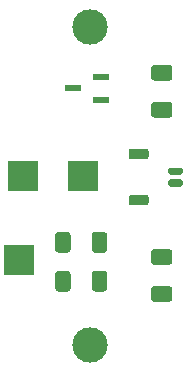
<source format=gbr>
%TF.GenerationSoftware,KiCad,Pcbnew,(5.1.8)-1*%
%TF.CreationDate,2021-05-26T18:46:06+02:00*%
%TF.ProjectId,powerpack,706f7765-7270-4616-936b-2e6b69636164,rev?*%
%TF.SameCoordinates,Original*%
%TF.FileFunction,Soldermask,Top*%
%TF.FilePolarity,Negative*%
%FSLAX46Y46*%
G04 Gerber Fmt 4.6, Leading zero omitted, Abs format (unit mm)*
G04 Created by KiCad (PCBNEW (5.1.8)-1) date 2021-05-26 18:46:06*
%MOMM*%
%LPD*%
G01*
G04 APERTURE LIST*
%ADD10R,2.500000X2.500000*%
%ADD11C,3.000000*%
%ADD12R,1.380000X0.600000*%
G04 APERTURE END LIST*
%TO.C,R2*%
G36*
G01*
X175075001Y-44080001D02*
X175075001Y-42830001D01*
G75*
G02*
X175325001Y-42580001I250000J0D01*
G01*
X176125001Y-42580001D01*
G75*
G02*
X176375001Y-42830001I0J-250000D01*
G01*
X176375001Y-44080001D01*
G75*
G02*
X176125001Y-44330001I-250000J0D01*
G01*
X175325001Y-44330001D01*
G75*
G02*
X175075001Y-44080001I0J250000D01*
G01*
G37*
G36*
G01*
X171975001Y-44080001D02*
X171975001Y-42830001D01*
G75*
G02*
X172225001Y-42580001I250000J0D01*
G01*
X173025001Y-42580001D01*
G75*
G02*
X173275001Y-42830001I0J-250000D01*
G01*
X173275001Y-44080001D01*
G75*
G02*
X173025001Y-44330001I-250000J0D01*
G01*
X172225001Y-44330001D01*
G75*
G02*
X171975001Y-44080001I0J250000D01*
G01*
G37*
%TD*%
%TO.C,R1*%
G36*
G01*
X175075001Y-40790001D02*
X175075001Y-39540001D01*
G75*
G02*
X175325001Y-39290001I250000J0D01*
G01*
X176125001Y-39290001D01*
G75*
G02*
X176375001Y-39540001I0J-250000D01*
G01*
X176375001Y-40790001D01*
G75*
G02*
X176125001Y-41040001I-250000J0D01*
G01*
X175325001Y-41040001D01*
G75*
G02*
X175075001Y-40790001I0J250000D01*
G01*
G37*
G36*
G01*
X171975001Y-40790001D02*
X171975001Y-39540001D01*
G75*
G02*
X172225001Y-39290001I250000J0D01*
G01*
X173025001Y-39290001D01*
G75*
G02*
X173275001Y-39540001I0J-250000D01*
G01*
X173275001Y-40790001D01*
G75*
G02*
X173025001Y-41040001I-250000J0D01*
G01*
X172225001Y-41040001D01*
G75*
G02*
X171975001Y-40790001I0J250000D01*
G01*
G37*
%TD*%
D10*
%TO.C,J4*%
X168950000Y-41660000D03*
%TD*%
D11*
%TO.C,J2.1*%
X174942500Y-21907500D03*
%TD*%
D12*
%TO.C,U1*%
X173510800Y-27127200D03*
X175840800Y-26177200D03*
X175840800Y-28077200D03*
%TD*%
%TO.C,C1*%
G36*
G01*
X180349997Y-43876800D02*
X181650003Y-43876800D01*
G75*
G02*
X181900000Y-44126797I0J-249997D01*
G01*
X181900000Y-44951803D01*
G75*
G02*
X181650003Y-45201800I-249997J0D01*
G01*
X180349997Y-45201800D01*
G75*
G02*
X180100000Y-44951803I0J249997D01*
G01*
X180100000Y-44126797D01*
G75*
G02*
X180349997Y-43876800I249997J0D01*
G01*
G37*
G36*
G01*
X180349997Y-40751800D02*
X181650003Y-40751800D01*
G75*
G02*
X181900000Y-41001797I0J-249997D01*
G01*
X181900000Y-41826803D01*
G75*
G02*
X181650003Y-42076800I-249997J0D01*
G01*
X180349997Y-42076800D01*
G75*
G02*
X180100000Y-41826803I0J249997D01*
G01*
X180100000Y-41001797D01*
G75*
G02*
X180349997Y-40751800I249997J0D01*
G01*
G37*
%TD*%
%TO.C,C2*%
G36*
G01*
X180349997Y-25156200D02*
X181650003Y-25156200D01*
G75*
G02*
X181900000Y-25406197I0J-249997D01*
G01*
X181900000Y-26231203D01*
G75*
G02*
X181650003Y-26481200I-249997J0D01*
G01*
X180349997Y-26481200D01*
G75*
G02*
X180100000Y-26231203I0J249997D01*
G01*
X180100000Y-25406197D01*
G75*
G02*
X180349997Y-25156200I249997J0D01*
G01*
G37*
G36*
G01*
X180349997Y-28281200D02*
X181650003Y-28281200D01*
G75*
G02*
X181900000Y-28531197I0J-249997D01*
G01*
X181900000Y-29356203D01*
G75*
G02*
X181650003Y-29606200I-249997J0D01*
G01*
X180349997Y-29606200D01*
G75*
G02*
X180100000Y-29356203I0J249997D01*
G01*
X180100000Y-28531197D01*
G75*
G02*
X180349997Y-28281200I249997J0D01*
G01*
G37*
%TD*%
%TO.C,J1*%
G36*
G01*
X181692400Y-33845600D02*
X182642400Y-33845600D01*
G75*
G02*
X182792400Y-33995600I0J-150000D01*
G01*
X182792400Y-34295600D01*
G75*
G02*
X182642400Y-34445600I-150000J0D01*
G01*
X181692400Y-34445600D01*
G75*
G02*
X181542400Y-34295600I0J150000D01*
G01*
X181542400Y-33995600D01*
G75*
G02*
X181692400Y-33845600I150000J0D01*
G01*
G37*
G36*
G01*
X181692400Y-34845600D02*
X182642400Y-34845600D01*
G75*
G02*
X182792400Y-34995600I0J-150000D01*
G01*
X182792400Y-35295600D01*
G75*
G02*
X182642400Y-35445600I-150000J0D01*
G01*
X181692400Y-35445600D01*
G75*
G02*
X181542400Y-35295600I0J150000D01*
G01*
X181542400Y-34995600D01*
G75*
G02*
X181692400Y-34845600I150000J0D01*
G01*
G37*
G36*
G01*
X178417400Y-32245600D02*
X179667400Y-32245600D01*
G75*
G02*
X179892400Y-32470600I0J-225000D01*
G01*
X179892400Y-32920600D01*
G75*
G02*
X179667400Y-33145600I-225000J0D01*
G01*
X178417400Y-33145600D01*
G75*
G02*
X178192400Y-32920600I0J225000D01*
G01*
X178192400Y-32470600D01*
G75*
G02*
X178417400Y-32245600I225000J0D01*
G01*
G37*
G36*
G01*
X178417400Y-36145600D02*
X179667400Y-36145600D01*
G75*
G02*
X179892400Y-36370600I0J-225000D01*
G01*
X179892400Y-36820600D01*
G75*
G02*
X179667400Y-37045600I-225000J0D01*
G01*
X178417400Y-37045600D01*
G75*
G02*
X178192400Y-36820600I0J225000D01*
G01*
X178192400Y-36370600D01*
G75*
G02*
X178417400Y-36145600I225000J0D01*
G01*
G37*
%TD*%
D10*
%TO.C,J3.2*%
X174294800Y-34569400D03*
%TD*%
%TO.C,J3.1*%
X169265600Y-34569400D03*
%TD*%
D11*
%TO.C,J2.2*%
X174942500Y-48895000D03*
%TD*%
M02*

</source>
